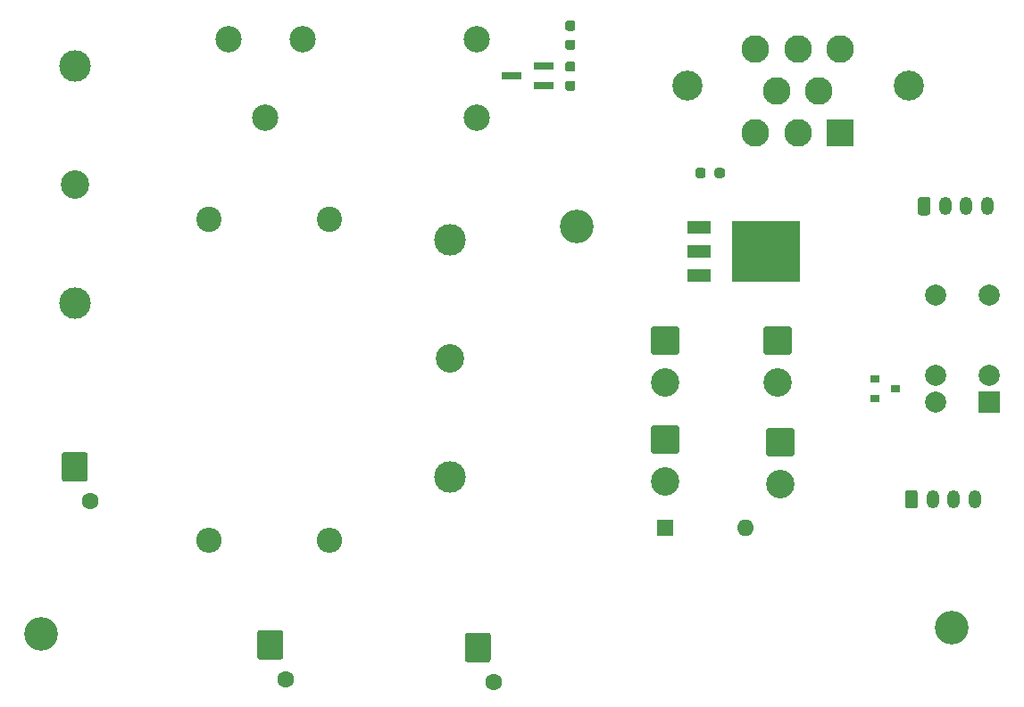
<source format=gbr>
%TF.GenerationSoftware,KiCad,Pcbnew,5.1.7-a382d34a8~88~ubuntu18.04.1*%
%TF.CreationDate,2021-03-18T09:08:07-04:00*%
%TF.ProjectId,Pacman2020,5061636d-616e-4323-9032-302e6b696361,rev?*%
%TF.SameCoordinates,Original*%
%TF.FileFunction,Soldermask,Top*%
%TF.FilePolarity,Negative*%
%FSLAX46Y46*%
G04 Gerber Fmt 4.6, Leading zero omitted, Abs format (unit mm)*
G04 Created by KiCad (PCBNEW 5.1.7-a382d34a8~88~ubuntu18.04.1) date 2021-03-18 09:08:07*
%MOMM*%
%LPD*%
G01*
G04 APERTURE LIST*
%ADD10C,2.500000*%
%ADD11R,6.400000X5.800000*%
%ADD12R,2.200000X1.200000*%
%ADD13O,1.200000X1.750000*%
%ADD14O,2.400000X2.400000*%
%ADD15C,2.400000*%
%ADD16R,2.625000X2.625000*%
%ADD17C,2.625000*%
%ADD18C,2.850000*%
%ADD19R,1.900000X0.800000*%
%ADD20C,2.000000*%
%ADD21R,2.000000X2.000000*%
%ADD22C,2.700000*%
%ADD23C,1.600000*%
%ADD24C,3.200000*%
%ADD25C,3.000000*%
%ADD26R,0.900000X0.800000*%
%ADD27O,1.600000X1.600000*%
%ADD28R,1.600000X1.600000*%
G04 APERTURE END LIST*
D10*
%TO.C,K1*%
X78750000Y-81280000D03*
X75250000Y-88780000D03*
X71750000Y-81280000D03*
X95250000Y-88780000D03*
X95250000Y-81280000D03*
%TD*%
D11*
%TO.C,Q2*%
X122675000Y-101475000D03*
D12*
X116375000Y-103755000D03*
X116375000Y-101475000D03*
X116375000Y-99195000D03*
%TD*%
D13*
%TO.C,J5*%
X143700000Y-97155000D03*
X141700000Y-97155000D03*
X139700000Y-97155000D03*
G36*
G01*
X137100000Y-97780001D02*
X137100000Y-96529999D01*
G75*
G02*
X137349999Y-96280000I249999J0D01*
G01*
X138050001Y-96280000D01*
G75*
G02*
X138300000Y-96529999I0J-249999D01*
G01*
X138300000Y-97780001D01*
G75*
G02*
X138050001Y-98030000I-249999J0D01*
G01*
X137349999Y-98030000D01*
G75*
G02*
X137100000Y-97780001I0J249999D01*
G01*
G37*
%TD*%
D14*
%TO.C,R9*%
X81280000Y-128905000D03*
D15*
X81280000Y-98425000D03*
%TD*%
D14*
%TO.C,R1*%
X69850000Y-128905000D03*
D15*
X69850000Y-98425000D03*
%TD*%
D16*
%TO.C,J13*%
X129730000Y-90225000D03*
D17*
X125730000Y-90225000D03*
X121730000Y-90225000D03*
X127730000Y-86225000D03*
X123730000Y-86225000D03*
X129730000Y-82225000D03*
X125730000Y-82225000D03*
X121730000Y-82225000D03*
D18*
X136230000Y-85725000D03*
X115230000Y-85725000D03*
%TD*%
D19*
%TO.C,Q1*%
X98600000Y-84775000D03*
X101600000Y-83825000D03*
X101600000Y-85725000D03*
%TD*%
%TO.C,R6*%
G36*
G01*
X116987500Y-93762500D02*
X116987500Y-94237500D01*
G75*
G02*
X116750000Y-94475000I-237500J0D01*
G01*
X116250000Y-94475000D01*
G75*
G02*
X116012500Y-94237500I0J237500D01*
G01*
X116012500Y-93762500D01*
G75*
G02*
X116250000Y-93525000I237500J0D01*
G01*
X116750000Y-93525000D01*
G75*
G02*
X116987500Y-93762500I0J-237500D01*
G01*
G37*
G36*
G01*
X118812500Y-93762500D02*
X118812500Y-94237500D01*
G75*
G02*
X118575000Y-94475000I-237500J0D01*
G01*
X118075000Y-94475000D01*
G75*
G02*
X117837500Y-94237500I0J237500D01*
G01*
X117837500Y-93762500D01*
G75*
G02*
X118075000Y-93525000I237500J0D01*
G01*
X118575000Y-93525000D01*
G75*
G02*
X118812500Y-93762500I0J-237500D01*
G01*
G37*
%TD*%
%TO.C,R3*%
G36*
G01*
X104377500Y-80497500D02*
X103902500Y-80497500D01*
G75*
G02*
X103665000Y-80260000I0J237500D01*
G01*
X103665000Y-79760000D01*
G75*
G02*
X103902500Y-79522500I237500J0D01*
G01*
X104377500Y-79522500D01*
G75*
G02*
X104615000Y-79760000I0J-237500D01*
G01*
X104615000Y-80260000D01*
G75*
G02*
X104377500Y-80497500I-237500J0D01*
G01*
G37*
G36*
G01*
X104377500Y-82322500D02*
X103902500Y-82322500D01*
G75*
G02*
X103665000Y-82085000I0J237500D01*
G01*
X103665000Y-81585000D01*
G75*
G02*
X103902500Y-81347500I237500J0D01*
G01*
X104377500Y-81347500D01*
G75*
G02*
X104615000Y-81585000I0J-237500D01*
G01*
X104615000Y-82085000D01*
G75*
G02*
X104377500Y-82322500I-237500J0D01*
G01*
G37*
%TD*%
%TO.C,R2*%
G36*
G01*
X103902500Y-85237500D02*
X104377500Y-85237500D01*
G75*
G02*
X104615000Y-85475000I0J-237500D01*
G01*
X104615000Y-85975000D01*
G75*
G02*
X104377500Y-86212500I-237500J0D01*
G01*
X103902500Y-86212500D01*
G75*
G02*
X103665000Y-85975000I0J237500D01*
G01*
X103665000Y-85475000D01*
G75*
G02*
X103902500Y-85237500I237500J0D01*
G01*
G37*
G36*
G01*
X103902500Y-83412500D02*
X104377500Y-83412500D01*
G75*
G02*
X104615000Y-83650000I0J-237500D01*
G01*
X104615000Y-84150000D01*
G75*
G02*
X104377500Y-84387500I-237500J0D01*
G01*
X103902500Y-84387500D01*
G75*
G02*
X103665000Y-84150000I0J237500D01*
G01*
X103665000Y-83650000D01*
G75*
G02*
X103902500Y-83412500I237500J0D01*
G01*
G37*
%TD*%
D20*
%TO.C,K2*%
X143851000Y-105641000D03*
X138771000Y-105641000D03*
X143851000Y-113261000D03*
D21*
X143851000Y-115801000D03*
D20*
X138771000Y-113261000D03*
X138771000Y-115801000D03*
%TD*%
D22*
%TO.C,J12*%
X123809000Y-113863000D03*
G36*
G01*
X122709001Y-108553000D02*
X124908999Y-108553000D01*
G75*
G02*
X125159000Y-108803001I0J-250001D01*
G01*
X125159000Y-111002999D01*
G75*
G02*
X124908999Y-111253000I-250001J0D01*
G01*
X122709001Y-111253000D01*
G75*
G02*
X122459000Y-111002999I0J250001D01*
G01*
X122459000Y-108803001D01*
G75*
G02*
X122709001Y-108553000I250001J0D01*
G01*
G37*
%TD*%
%TO.C,J11*%
X113141000Y-123261000D03*
G36*
G01*
X112041001Y-117951000D02*
X114240999Y-117951000D01*
G75*
G02*
X114491000Y-118201001I0J-250001D01*
G01*
X114491000Y-120400999D01*
G75*
G02*
X114240999Y-120651000I-250001J0D01*
G01*
X112041001Y-120651000D01*
G75*
G02*
X111791000Y-120400999I0J250001D01*
G01*
X111791000Y-118201001D01*
G75*
G02*
X112041001Y-117951000I250001J0D01*
G01*
G37*
%TD*%
%TO.C,J10*%
X124063000Y-123515000D03*
G36*
G01*
X122963001Y-118205000D02*
X125162999Y-118205000D01*
G75*
G02*
X125413000Y-118455001I0J-250001D01*
G01*
X125413000Y-120654999D01*
G75*
G02*
X125162999Y-120905000I-250001J0D01*
G01*
X122963001Y-120905000D01*
G75*
G02*
X122713000Y-120654999I0J250001D01*
G01*
X122713000Y-118455001D01*
G75*
G02*
X122963001Y-118205000I250001J0D01*
G01*
G37*
%TD*%
%TO.C,J9*%
X113141000Y-113863000D03*
G36*
G01*
X112041001Y-108553000D02*
X114240999Y-108553000D01*
G75*
G02*
X114491000Y-108803001I0J-250001D01*
G01*
X114491000Y-111002999D01*
G75*
G02*
X114240999Y-111253000I-250001J0D01*
G01*
X112041001Y-111253000D01*
G75*
G02*
X111791000Y-111002999I0J250001D01*
G01*
X111791000Y-108803001D01*
G75*
G02*
X112041001Y-108553000I250001J0D01*
G01*
G37*
%TD*%
D13*
%TO.C,J4*%
X142500000Y-125000000D03*
X140500000Y-125000000D03*
X138500000Y-125000000D03*
G36*
G01*
X135900000Y-125625001D02*
X135900000Y-124374999D01*
G75*
G02*
X136149999Y-124125000I249999J0D01*
G01*
X136850001Y-124125000D01*
G75*
G02*
X137100000Y-124374999I0J-249999D01*
G01*
X137100000Y-125625001D01*
G75*
G02*
X136850001Y-125875000I-249999J0D01*
G01*
X136149999Y-125875000D01*
G75*
G02*
X135900000Y-125625001I0J249999D01*
G01*
G37*
%TD*%
D23*
%TO.C,J3*%
X77192000Y-142061000D03*
G36*
G01*
X74462000Y-139961001D02*
X74462000Y-137660999D01*
G75*
G02*
X74711999Y-137411000I249999J0D01*
G01*
X76672001Y-137411000D01*
G75*
G02*
X76922000Y-137660999I0J-249999D01*
G01*
X76922000Y-139961001D01*
G75*
G02*
X76672001Y-140211000I-249999J0D01*
G01*
X74711999Y-140211000D01*
G75*
G02*
X74462000Y-139961001I0J249999D01*
G01*
G37*
%TD*%
%TO.C,J2*%
X58650000Y-125170000D03*
G36*
G01*
X55920000Y-123070001D02*
X55920000Y-120769999D01*
G75*
G02*
X56169999Y-120520000I249999J0D01*
G01*
X58130001Y-120520000D01*
G75*
G02*
X58380000Y-120769999I0J-249999D01*
G01*
X58380000Y-123070001D01*
G75*
G02*
X58130001Y-123320000I-249999J0D01*
G01*
X56169999Y-123320000D01*
G75*
G02*
X55920000Y-123070001I0J249999D01*
G01*
G37*
%TD*%
%TO.C,J1*%
X96877000Y-142315000D03*
G36*
G01*
X94147000Y-140215001D02*
X94147000Y-137914999D01*
G75*
G02*
X94396999Y-137665000I249999J0D01*
G01*
X96357001Y-137665000D01*
G75*
G02*
X96607000Y-137914999I0J-249999D01*
G01*
X96607000Y-140215001D01*
G75*
G02*
X96357001Y-140465000I-249999J0D01*
G01*
X94396999Y-140465000D01*
G75*
G02*
X94147000Y-140215001I0J249999D01*
G01*
G37*
%TD*%
D24*
%TO.C,H4*%
X53975000Y-137795000D03*
%TD*%
%TO.C,H3*%
X140335000Y-137160000D03*
%TD*%
%TO.C,H2*%
X104775000Y-99060000D03*
%TD*%
D25*
%TO.C,F2*%
X57150000Y-83820000D03*
X57150000Y-106320000D03*
D22*
X57150000Y-95070000D03*
%TD*%
D25*
%TO.C,F1*%
X92710000Y-100330000D03*
X92710000Y-122830000D03*
D22*
X92710000Y-111580000D03*
%TD*%
D26*
%TO.C,D7*%
X133000000Y-113550000D03*
X133000000Y-115450000D03*
X135000000Y-114500000D03*
%TD*%
D27*
%TO.C,D6*%
X120761000Y-127683000D03*
D28*
X113141000Y-127683000D03*
%TD*%
M02*

</source>
